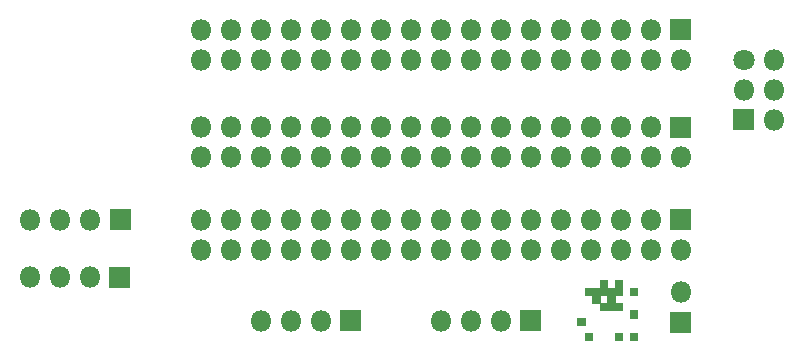
<source format=gbr>
G04 #@! TF.GenerationSoftware,KiCad,Pcbnew,(5.1.9)-1*
G04 #@! TF.CreationDate,2021-09-22T10:05:06+01:00*
G04 #@! TF.ProjectId,Amiga DF0 DF1 Switcher - Design B - Rev 2,416d6967-6120-4444-9630-204446312053,1*
G04 #@! TF.SameCoordinates,Original*
G04 #@! TF.FileFunction,Soldermask,Top*
G04 #@! TF.FilePolarity,Negative*
%FSLAX46Y46*%
G04 Gerber Fmt 4.6, Leading zero omitted, Abs format (unit mm)*
G04 Created by KiCad (PCBNEW (5.1.9)-1) date 2021-09-22 10:05:06*
%MOMM*%
%LPD*%
G01*
G04 APERTURE LIST*
%ADD10C,0.100000*%
%ADD11O,1.802000X1.802000*%
%ADD12C,1.802000*%
G04 APERTURE END LIST*
D10*
G36*
X174117000Y-145669000D02*
G01*
X173482000Y-145669000D01*
X173482000Y-145034000D01*
X174117000Y-145034000D01*
X174117000Y-145669000D01*
G37*
X174117000Y-145669000D02*
X173482000Y-145669000D01*
X173482000Y-145034000D01*
X174117000Y-145034000D01*
X174117000Y-145669000D01*
G36*
X172847000Y-147574000D02*
G01*
X172212000Y-147574000D01*
X172212000Y-146939000D01*
X172847000Y-146939000D01*
X172847000Y-147574000D01*
G37*
X172847000Y-147574000D02*
X172212000Y-147574000D01*
X172212000Y-146939000D01*
X172847000Y-146939000D01*
X172847000Y-147574000D01*
G36*
X170307000Y-147574000D02*
G01*
X169672000Y-147574000D01*
X169672000Y-146939000D01*
X170307000Y-146939000D01*
X170307000Y-147574000D01*
G37*
X170307000Y-147574000D02*
X169672000Y-147574000D01*
X169672000Y-146939000D01*
X170307000Y-146939000D01*
X170307000Y-147574000D01*
G36*
X169672000Y-146304000D02*
G01*
X169037000Y-146304000D01*
X169037000Y-145669000D01*
X169672000Y-145669000D01*
X169672000Y-146304000D01*
G37*
X169672000Y-146304000D02*
X169037000Y-146304000D01*
X169037000Y-145669000D01*
X169672000Y-145669000D01*
X169672000Y-146304000D01*
G36*
X170307000Y-143764000D02*
G01*
X169672000Y-143764000D01*
X169672000Y-143129000D01*
X170307000Y-143129000D01*
X170307000Y-143764000D01*
G37*
X170307000Y-143764000D02*
X169672000Y-143764000D01*
X169672000Y-143129000D01*
X170307000Y-143129000D01*
X170307000Y-143764000D01*
G36*
X170942000Y-143764000D02*
G01*
X170307000Y-143764000D01*
X170307000Y-143129000D01*
X170942000Y-143129000D01*
X170942000Y-143764000D01*
G37*
X170942000Y-143764000D02*
X170307000Y-143764000D01*
X170307000Y-143129000D01*
X170942000Y-143129000D01*
X170942000Y-143764000D01*
G36*
X171577000Y-143129000D02*
G01*
X170942000Y-143129000D01*
X170942000Y-142494000D01*
X171577000Y-142494000D01*
X171577000Y-143129000D01*
G37*
X171577000Y-143129000D02*
X170942000Y-143129000D01*
X170942000Y-142494000D01*
X171577000Y-142494000D01*
X171577000Y-143129000D01*
G36*
X171577000Y-143764000D02*
G01*
X170942000Y-143764000D01*
X170942000Y-143129000D01*
X171577000Y-143129000D01*
X171577000Y-143764000D01*
G37*
X171577000Y-143764000D02*
X170942000Y-143764000D01*
X170942000Y-143129000D01*
X171577000Y-143129000D01*
X171577000Y-143764000D01*
G36*
X172212000Y-143764000D02*
G01*
X171577000Y-143764000D01*
X171577000Y-143129000D01*
X172212000Y-143129000D01*
X172212000Y-143764000D01*
G37*
X172212000Y-143764000D02*
X171577000Y-143764000D01*
X171577000Y-143129000D01*
X172212000Y-143129000D01*
X172212000Y-143764000D01*
G36*
X172847000Y-143764000D02*
G01*
X172212000Y-143764000D01*
X172212000Y-143129000D01*
X172847000Y-143129000D01*
X172847000Y-143764000D01*
G37*
X172847000Y-143764000D02*
X172212000Y-143764000D01*
X172212000Y-143129000D01*
X172847000Y-143129000D01*
X172847000Y-143764000D01*
G36*
X172847000Y-143129000D02*
G01*
X172212000Y-143129000D01*
X172212000Y-142494000D01*
X172847000Y-142494000D01*
X172847000Y-143129000D01*
G37*
X172847000Y-143129000D02*
X172212000Y-143129000D01*
X172212000Y-142494000D01*
X172847000Y-142494000D01*
X172847000Y-143129000D01*
G36*
X174117000Y-147574000D02*
G01*
X173482000Y-147574000D01*
X173482000Y-146939000D01*
X174117000Y-146939000D01*
X174117000Y-147574000D01*
G37*
X174117000Y-147574000D02*
X173482000Y-147574000D01*
X173482000Y-146939000D01*
X174117000Y-146939000D01*
X174117000Y-147574000D01*
G36*
X174117000Y-143764000D02*
G01*
X173482000Y-143764000D01*
X173482000Y-143129000D01*
X174117000Y-143129000D01*
X174117000Y-143764000D01*
G37*
X174117000Y-143764000D02*
X173482000Y-143764000D01*
X173482000Y-143129000D01*
X174117000Y-143129000D01*
X174117000Y-143764000D01*
G36*
X170942000Y-144399000D02*
G01*
X170307000Y-144399000D01*
X170307000Y-143764000D01*
X170942000Y-143764000D01*
X170942000Y-144399000D01*
G37*
X170942000Y-144399000D02*
X170307000Y-144399000D01*
X170307000Y-143764000D01*
X170942000Y-143764000D01*
X170942000Y-144399000D01*
G36*
X171577000Y-145034000D02*
G01*
X170942000Y-145034000D01*
X170942000Y-144399000D01*
X171577000Y-144399000D01*
X171577000Y-145034000D01*
G37*
X171577000Y-145034000D02*
X170942000Y-145034000D01*
X170942000Y-144399000D01*
X171577000Y-144399000D01*
X171577000Y-145034000D01*
G36*
X172847000Y-145034000D02*
G01*
X172212000Y-145034000D01*
X172212000Y-144399000D01*
X172847000Y-144399000D01*
X172847000Y-145034000D01*
G37*
X172847000Y-145034000D02*
X172212000Y-145034000D01*
X172212000Y-144399000D01*
X172847000Y-144399000D01*
X172847000Y-145034000D01*
G36*
X172212000Y-145034000D02*
G01*
X171577000Y-145034000D01*
X171577000Y-144399000D01*
X172212000Y-144399000D01*
X172212000Y-145034000D01*
G37*
X172212000Y-145034000D02*
X171577000Y-145034000D01*
X171577000Y-144399000D01*
X172212000Y-144399000D01*
X172212000Y-145034000D01*
G36*
X172212000Y-144399000D02*
G01*
X171577000Y-144399000D01*
X171577000Y-143764000D01*
X172212000Y-143764000D01*
X172212000Y-144399000D01*
G37*
X172212000Y-144399000D02*
X171577000Y-144399000D01*
X171577000Y-143764000D01*
X172212000Y-143764000D01*
X172212000Y-144399000D01*
G36*
X174117000Y-145669000D02*
G01*
X173482000Y-145669000D01*
X173482000Y-145034000D01*
X174117000Y-145034000D01*
X174117000Y-145669000D01*
G37*
X174117000Y-145669000D02*
X173482000Y-145669000D01*
X173482000Y-145034000D01*
X174117000Y-145034000D01*
X174117000Y-145669000D01*
G36*
X172847000Y-147574000D02*
G01*
X172212000Y-147574000D01*
X172212000Y-146939000D01*
X172847000Y-146939000D01*
X172847000Y-147574000D01*
G37*
X172847000Y-147574000D02*
X172212000Y-147574000D01*
X172212000Y-146939000D01*
X172847000Y-146939000D01*
X172847000Y-147574000D01*
G36*
X170307000Y-147574000D02*
G01*
X169672000Y-147574000D01*
X169672000Y-146939000D01*
X170307000Y-146939000D01*
X170307000Y-147574000D01*
G37*
X170307000Y-147574000D02*
X169672000Y-147574000D01*
X169672000Y-146939000D01*
X170307000Y-146939000D01*
X170307000Y-147574000D01*
G36*
X169672000Y-146304000D02*
G01*
X169037000Y-146304000D01*
X169037000Y-145669000D01*
X169672000Y-145669000D01*
X169672000Y-146304000D01*
G37*
X169672000Y-146304000D02*
X169037000Y-146304000D01*
X169037000Y-145669000D01*
X169672000Y-145669000D01*
X169672000Y-146304000D01*
G36*
X170307000Y-143764000D02*
G01*
X169672000Y-143764000D01*
X169672000Y-143129000D01*
X170307000Y-143129000D01*
X170307000Y-143764000D01*
G37*
X170307000Y-143764000D02*
X169672000Y-143764000D01*
X169672000Y-143129000D01*
X170307000Y-143129000D01*
X170307000Y-143764000D01*
G36*
X170942000Y-143764000D02*
G01*
X170307000Y-143764000D01*
X170307000Y-143129000D01*
X170942000Y-143129000D01*
X170942000Y-143764000D01*
G37*
X170942000Y-143764000D02*
X170307000Y-143764000D01*
X170307000Y-143129000D01*
X170942000Y-143129000D01*
X170942000Y-143764000D01*
G36*
X171577000Y-143129000D02*
G01*
X170942000Y-143129000D01*
X170942000Y-142494000D01*
X171577000Y-142494000D01*
X171577000Y-143129000D01*
G37*
X171577000Y-143129000D02*
X170942000Y-143129000D01*
X170942000Y-142494000D01*
X171577000Y-142494000D01*
X171577000Y-143129000D01*
G36*
X171577000Y-143764000D02*
G01*
X170942000Y-143764000D01*
X170942000Y-143129000D01*
X171577000Y-143129000D01*
X171577000Y-143764000D01*
G37*
X171577000Y-143764000D02*
X170942000Y-143764000D01*
X170942000Y-143129000D01*
X171577000Y-143129000D01*
X171577000Y-143764000D01*
G36*
X172212000Y-143764000D02*
G01*
X171577000Y-143764000D01*
X171577000Y-143129000D01*
X172212000Y-143129000D01*
X172212000Y-143764000D01*
G37*
X172212000Y-143764000D02*
X171577000Y-143764000D01*
X171577000Y-143129000D01*
X172212000Y-143129000D01*
X172212000Y-143764000D01*
G36*
X172847000Y-143764000D02*
G01*
X172212000Y-143764000D01*
X172212000Y-143129000D01*
X172847000Y-143129000D01*
X172847000Y-143764000D01*
G37*
X172847000Y-143764000D02*
X172212000Y-143764000D01*
X172212000Y-143129000D01*
X172847000Y-143129000D01*
X172847000Y-143764000D01*
G36*
X172847000Y-143129000D02*
G01*
X172212000Y-143129000D01*
X172212000Y-142494000D01*
X172847000Y-142494000D01*
X172847000Y-143129000D01*
G37*
X172847000Y-143129000D02*
X172212000Y-143129000D01*
X172212000Y-142494000D01*
X172847000Y-142494000D01*
X172847000Y-143129000D01*
G36*
X174117000Y-147574000D02*
G01*
X173482000Y-147574000D01*
X173482000Y-146939000D01*
X174117000Y-146939000D01*
X174117000Y-147574000D01*
G37*
X174117000Y-147574000D02*
X173482000Y-147574000D01*
X173482000Y-146939000D01*
X174117000Y-146939000D01*
X174117000Y-147574000D01*
G36*
X174117000Y-143764000D02*
G01*
X173482000Y-143764000D01*
X173482000Y-143129000D01*
X174117000Y-143129000D01*
X174117000Y-143764000D01*
G37*
X174117000Y-143764000D02*
X173482000Y-143764000D01*
X173482000Y-143129000D01*
X174117000Y-143129000D01*
X174117000Y-143764000D01*
G36*
X170942000Y-144399000D02*
G01*
X170307000Y-144399000D01*
X170307000Y-143764000D01*
X170942000Y-143764000D01*
X170942000Y-144399000D01*
G37*
X170942000Y-144399000D02*
X170307000Y-144399000D01*
X170307000Y-143764000D01*
X170942000Y-143764000D01*
X170942000Y-144399000D01*
G36*
X171577000Y-145034000D02*
G01*
X170942000Y-145034000D01*
X170942000Y-144399000D01*
X171577000Y-144399000D01*
X171577000Y-145034000D01*
G37*
X171577000Y-145034000D02*
X170942000Y-145034000D01*
X170942000Y-144399000D01*
X171577000Y-144399000D01*
X171577000Y-145034000D01*
G36*
X172847000Y-145034000D02*
G01*
X172212000Y-145034000D01*
X172212000Y-144399000D01*
X172847000Y-144399000D01*
X172847000Y-145034000D01*
G37*
X172847000Y-145034000D02*
X172212000Y-145034000D01*
X172212000Y-144399000D01*
X172847000Y-144399000D01*
X172847000Y-145034000D01*
G36*
X172212000Y-145034000D02*
G01*
X171577000Y-145034000D01*
X171577000Y-144399000D01*
X172212000Y-144399000D01*
X172212000Y-145034000D01*
G37*
X172212000Y-145034000D02*
X171577000Y-145034000D01*
X171577000Y-144399000D01*
X172212000Y-144399000D01*
X172212000Y-145034000D01*
G36*
X172212000Y-144399000D02*
G01*
X171577000Y-144399000D01*
X171577000Y-143764000D01*
X172212000Y-143764000D01*
X172212000Y-144399000D01*
G37*
X172212000Y-144399000D02*
X171577000Y-144399000D01*
X171577000Y-143764000D01*
X172212000Y-143764000D01*
X172212000Y-144399000D01*
D11*
X177800000Y-143510000D03*
G36*
G01*
X178701000Y-145200000D02*
X178701000Y-146900000D01*
G75*
G02*
X178650000Y-146951000I-51000J0D01*
G01*
X176950000Y-146951000D01*
G75*
G02*
X176899000Y-146900000I0J51000D01*
G01*
X176899000Y-145200000D01*
G75*
G02*
X176950000Y-145149000I51000J0D01*
G01*
X178650000Y-145149000D01*
G75*
G02*
X178701000Y-145200000I0J-51000D01*
G01*
G37*
X122682000Y-142240000D03*
X125222000Y-142240000D03*
X127762000Y-142240000D03*
G36*
G01*
X129452000Y-141339000D02*
X131152000Y-141339000D01*
G75*
G02*
X131203000Y-141390000I0J-51000D01*
G01*
X131203000Y-143090000D01*
G75*
G02*
X131152000Y-143141000I-51000J0D01*
G01*
X129452000Y-143141000D01*
G75*
G02*
X129401000Y-143090000I0J51000D01*
G01*
X129401000Y-141390000D01*
G75*
G02*
X129452000Y-141339000I51000J0D01*
G01*
G37*
X185674000Y-128905000D03*
G36*
G01*
X182233000Y-129755000D02*
X182233000Y-128055000D01*
G75*
G02*
X182284000Y-128004000I51000J0D01*
G01*
X183984000Y-128004000D01*
G75*
G02*
X184035000Y-128055000I0J-51000D01*
G01*
X184035000Y-129755000D01*
G75*
G02*
X183984000Y-129806000I-51000J0D01*
G01*
X182284000Y-129806000D01*
G75*
G02*
X182233000Y-129755000I0J51000D01*
G01*
G37*
X185674000Y-126365000D03*
X183134000Y-126365000D03*
X185674000Y-123825000D03*
D12*
X183134000Y-123825000D03*
D11*
X122732800Y-137350500D03*
X125272800Y-137350500D03*
X127812800Y-137350500D03*
G36*
G01*
X131202800Y-138251500D02*
X129502800Y-138251500D01*
G75*
G02*
X129451800Y-138200500I0J51000D01*
G01*
X129451800Y-136500500D01*
G75*
G02*
X129502800Y-136449500I51000J0D01*
G01*
X131202800Y-136449500D01*
G75*
G02*
X131253800Y-136500500I0J-51000D01*
G01*
X131253800Y-138200500D01*
G75*
G02*
X131202800Y-138251500I-51000J0D01*
G01*
G37*
X137160000Y-139890500D03*
X137160000Y-137350500D03*
X139700000Y-139890500D03*
X139700000Y-137350500D03*
X142240000Y-139890500D03*
X142240000Y-137350500D03*
X144780000Y-139890500D03*
X144780000Y-137350500D03*
X147320000Y-139890500D03*
X147320000Y-137350500D03*
X149860000Y-139890500D03*
X149860000Y-137350500D03*
X152400000Y-139890500D03*
X152400000Y-137350500D03*
X154940000Y-139890500D03*
X154940000Y-137350500D03*
X157480000Y-139890500D03*
X157480000Y-137350500D03*
X160020000Y-139890500D03*
X160020000Y-137350500D03*
X162560000Y-139890500D03*
X162560000Y-137350500D03*
X165100000Y-139890500D03*
X165100000Y-137350500D03*
X167640000Y-139890500D03*
X167640000Y-137350500D03*
X170180000Y-139890500D03*
X170180000Y-137350500D03*
X172720000Y-139890500D03*
X172720000Y-137350500D03*
X175260000Y-139890500D03*
X175260000Y-137350500D03*
X177800000Y-139890500D03*
G36*
G01*
X178650000Y-138251500D02*
X176950000Y-138251500D01*
G75*
G02*
X176899000Y-138200500I0J51000D01*
G01*
X176899000Y-136500500D01*
G75*
G02*
X176950000Y-136449500I51000J0D01*
G01*
X178650000Y-136449500D01*
G75*
G02*
X178701000Y-136500500I0J-51000D01*
G01*
X178701000Y-138200500D01*
G75*
G02*
X178650000Y-138251500I-51000J0D01*
G01*
G37*
G36*
G01*
X176950000Y-128639000D02*
X178650000Y-128639000D01*
G75*
G02*
X178701000Y-128690000I0J-51000D01*
G01*
X178701000Y-130390000D01*
G75*
G02*
X178650000Y-130441000I-51000J0D01*
G01*
X176950000Y-130441000D01*
G75*
G02*
X176899000Y-130390000I0J51000D01*
G01*
X176899000Y-128690000D01*
G75*
G02*
X176950000Y-128639000I51000J0D01*
G01*
G37*
X177800000Y-132080000D03*
X175260000Y-129540000D03*
X175260000Y-132080000D03*
X172720000Y-129540000D03*
X172720000Y-132080000D03*
X170180000Y-129540000D03*
X170180000Y-132080000D03*
X167640000Y-129540000D03*
X167640000Y-132080000D03*
X165100000Y-129540000D03*
X165100000Y-132080000D03*
X162560000Y-129540000D03*
X162560000Y-132080000D03*
X160020000Y-129540000D03*
X160020000Y-132080000D03*
X157480000Y-129540000D03*
X157480000Y-132080000D03*
X154940000Y-129540000D03*
X154940000Y-132080000D03*
X152400000Y-129540000D03*
X152400000Y-132080000D03*
X149860000Y-129540000D03*
X149860000Y-132080000D03*
X147320000Y-129540000D03*
X147320000Y-132080000D03*
X144780000Y-129540000D03*
X144780000Y-132080000D03*
X142240000Y-129540000D03*
X142240000Y-132080000D03*
X139700000Y-129540000D03*
X139700000Y-132080000D03*
X137160000Y-129540000D03*
X137160000Y-132080000D03*
G36*
G01*
X176950000Y-120384000D02*
X178650000Y-120384000D01*
G75*
G02*
X178701000Y-120435000I0J-51000D01*
G01*
X178701000Y-122135000D01*
G75*
G02*
X178650000Y-122186000I-51000J0D01*
G01*
X176950000Y-122186000D01*
G75*
G02*
X176899000Y-122135000I0J51000D01*
G01*
X176899000Y-120435000D01*
G75*
G02*
X176950000Y-120384000I51000J0D01*
G01*
G37*
X177800000Y-123825000D03*
X175260000Y-121285000D03*
X175260000Y-123825000D03*
X172720000Y-121285000D03*
X172720000Y-123825000D03*
X170180000Y-121285000D03*
X170180000Y-123825000D03*
X167640000Y-121285000D03*
X167640000Y-123825000D03*
X165100000Y-121285000D03*
X165100000Y-123825000D03*
X162560000Y-121285000D03*
X162560000Y-123825000D03*
X160020000Y-121285000D03*
X160020000Y-123825000D03*
X157480000Y-121285000D03*
X157480000Y-123825000D03*
X154940000Y-121285000D03*
X154940000Y-123825000D03*
X152400000Y-121285000D03*
X152400000Y-123825000D03*
X149860000Y-121285000D03*
X149860000Y-123825000D03*
X147320000Y-121285000D03*
X147320000Y-123825000D03*
X144780000Y-121285000D03*
X144780000Y-123825000D03*
X142240000Y-121285000D03*
X142240000Y-123825000D03*
X139700000Y-121285000D03*
X139700000Y-123825000D03*
X137160000Y-121285000D03*
X137160000Y-123825000D03*
G36*
G01*
X164250000Y-145022000D02*
X165950000Y-145022000D01*
G75*
G02*
X166001000Y-145073000I0J-51000D01*
G01*
X166001000Y-146773000D01*
G75*
G02*
X165950000Y-146824000I-51000J0D01*
G01*
X164250000Y-146824000D01*
G75*
G02*
X164199000Y-146773000I0J51000D01*
G01*
X164199000Y-145073000D01*
G75*
G02*
X164250000Y-145022000I51000J0D01*
G01*
G37*
X162560000Y-145923000D03*
X160020000Y-145923000D03*
X157480000Y-145923000D03*
G36*
G01*
X149010000Y-145022000D02*
X150710000Y-145022000D01*
G75*
G02*
X150761000Y-145073000I0J-51000D01*
G01*
X150761000Y-146773000D01*
G75*
G02*
X150710000Y-146824000I-51000J0D01*
G01*
X149010000Y-146824000D01*
G75*
G02*
X148959000Y-146773000I0J51000D01*
G01*
X148959000Y-145073000D01*
G75*
G02*
X149010000Y-145022000I51000J0D01*
G01*
G37*
X147320000Y-145923000D03*
X144780000Y-145923000D03*
X142240000Y-145923000D03*
M02*

</source>
